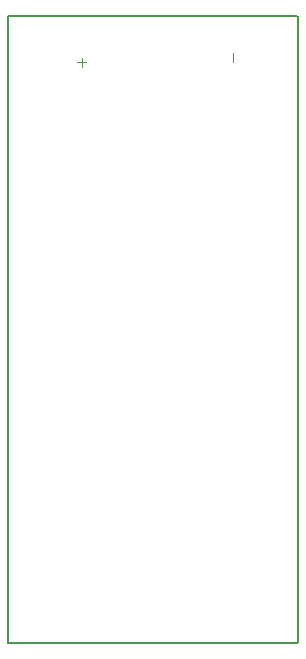
<source format=gbo>
G75*
G70*
%OFA0B0*%
%FSLAX24Y24*%
%IPPOS*%
%LPD*%
%AMOC8*
5,1,8,0,0,1.08239X$1,22.5*
%
%ADD10C,0.0050*%
%ADD11C,0.0040*%
D10*
X010462Y003743D02*
X020107Y003743D01*
X020127Y003768D02*
X020127Y024634D01*
X020107Y024625D02*
X010462Y024625D01*
X010462Y024609D02*
X010462Y003743D01*
D11*
X012917Y022936D02*
X012917Y023243D01*
X013070Y023089D02*
X012763Y023089D01*
X017956Y023093D02*
X017956Y023400D01*
M02*

</source>
